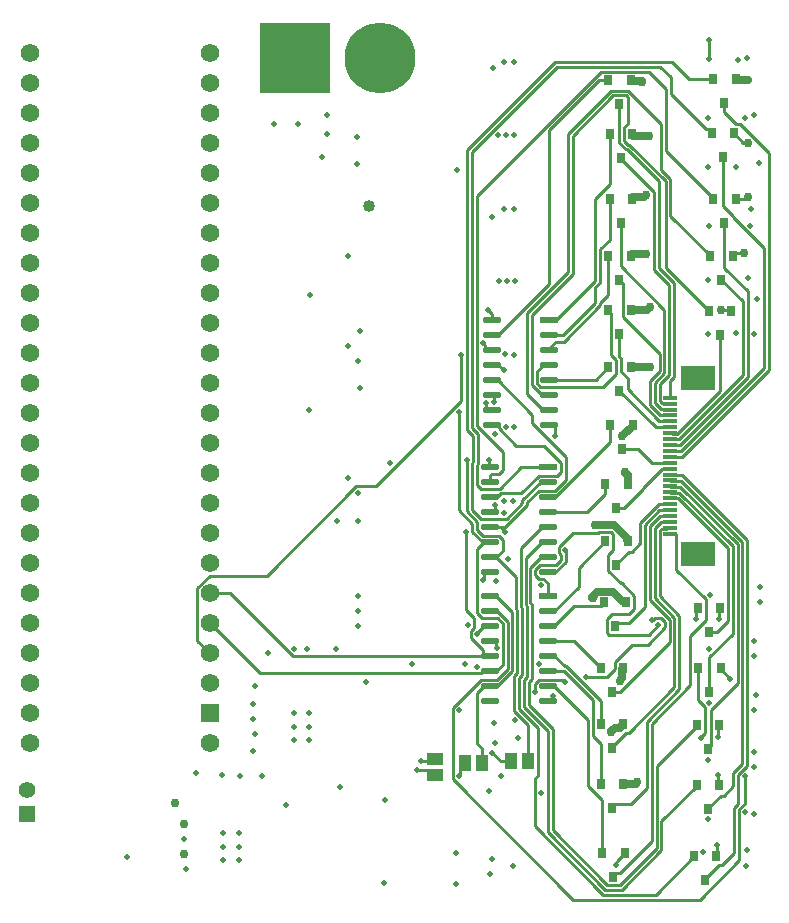
<source format=gbr>
G04*
G04 #@! TF.GenerationSoftware,Altium Limited,Altium Designer,23.5.1 (21)*
G04*
G04 Layer_Physical_Order=4*
G04 Layer_Color=16711680*
%FSLAX25Y25*%
%MOIN*%
G70*
G04*
G04 #@! TF.SameCoordinates,62E66B6F-0332-4FDC-AC1A-6E2C05ECB38F*
G04*
G04*
G04 #@! TF.FilePolarity,Positive*
G04*
G01*
G75*
%ADD13C,0.01000*%
%ADD18R,0.04921X0.01181*%
%ADD19R,0.11811X0.07874*%
%ADD52C,0.06181*%
%ADD53R,0.06181X0.06181*%
%ADD54C,0.05472*%
%ADD55R,0.05472X0.05472*%
%ADD58C,0.02500*%
%ADD60C,0.23622*%
%ADD61R,0.23622X0.23622*%
%ADD62C,0.03000*%
%ADD63C,0.02000*%
%ADD64C,0.04000*%
G04:AMPARAMS|DCode=65|XSize=63.17mil|YSize=20.79mil|CornerRadius=10.39mil|HoleSize=0mil|Usage=FLASHONLY|Rotation=180.000|XOffset=0mil|YOffset=0mil|HoleType=Round|Shape=RoundedRectangle|*
%AMROUNDEDRECTD65*
21,1,0.06317,0.00000,0,0,180.0*
21,1,0.04238,0.02079,0,0,180.0*
1,1,0.02079,-0.02119,0.00000*
1,1,0.02079,0.02119,0.00000*
1,1,0.02079,0.02119,0.00000*
1,1,0.02079,-0.02119,0.00000*
%
%ADD65ROUNDEDRECTD65*%
%ADD66R,0.06317X0.02079*%
%ADD67R,0.03150X0.03543*%
%ADD68R,0.05315X0.04331*%
%ADD69R,0.04331X0.05315*%
D13*
X527000Y654465D02*
Y669063D01*
X541500Y618967D02*
Y639965D01*
X527000Y654465D02*
X541500Y639965D01*
X539700Y653931D02*
Y682765D01*
X527000Y690366D02*
X538100Y679266D01*
Y653268D02*
Y679266D01*
X539700Y653931D02*
X544700Y648931D01*
X538100Y653268D02*
X543100Y648268D01*
X529030Y693435D02*
X539700Y682765D01*
X525075Y475335D02*
X530335D01*
X535658Y480658D02*
Y502690D01*
X530335Y475335D02*
X535658Y480658D01*
X526563Y512563D02*
X543200Y529200D01*
X524000Y512563D02*
X526563D01*
X543200Y529200D02*
Y536652D01*
X529705Y538500D02*
X531415Y540210D01*
X522325Y536790D02*
X524035Y538500D01*
X529705D01*
X531415Y540210D02*
Y544664D01*
X527329Y548750D02*
X531415Y544664D01*
X522325Y532336D02*
Y536790D01*
X522970Y531691D02*
X536191D01*
X522325Y532336D02*
X522970Y531691D01*
X525937Y535500D02*
X529710D01*
X535063Y540853D01*
X525000Y534563D02*
X525937Y535500D01*
X535063Y540853D02*
Y568397D01*
X536191Y531691D02*
X539500Y535000D01*
X530798Y528397D02*
X535867D01*
X525065Y522664D02*
X530798Y528397D01*
X535867D02*
X541600Y534130D01*
X511434Y541165D02*
X520185D01*
X521260Y542240D02*
Y542437D01*
X504768Y534500D02*
X511434Y541165D01*
X520185D02*
X521260Y542240D01*
X538263Y567071D02*
X540400Y569209D01*
X536663Y543189D02*
X543200Y536652D01*
X539863Y544514D02*
Y566409D01*
X535063Y568397D02*
X539812Y573146D01*
X536663Y567734D02*
X540106Y571177D01*
X538263Y543852D02*
X544800Y537315D01*
X536663Y543189D02*
Y567734D01*
X538263Y543852D02*
Y567071D01*
X539863Y544514D02*
X546400Y537977D01*
X520294Y719309D02*
X536191D01*
X542000Y692894D02*
Y713500D01*
X536191Y719309D02*
X542000Y713500D01*
X543600Y711900D02*
X555291Y700209D01*
X543600Y711900D02*
Y717400D01*
X540091Y720909D02*
X543600Y717400D01*
X542000Y692894D02*
X557760Y677134D01*
X557260Y698937D02*
Y699134D01*
X556185Y700209D02*
X557260Y699134D01*
X555291Y700209D02*
X556185D01*
X505655Y720909D02*
X540091D01*
X504993Y722509D02*
X543991D01*
X549563Y716937D01*
X557760D01*
X565303Y659000D02*
X568000D01*
X564240Y657937D02*
X565303Y659000D01*
X488041Y565924D02*
Y566459D01*
X485000Y567500D02*
X485762D01*
X488041Y565924D02*
X488233Y565733D01*
X487000Y567500D02*
X488041Y566459D01*
X485762Y567500D02*
X487000D01*
X488500D01*
X483351D02*
X485000D01*
X484500Y572998D02*
X485040D01*
Y574791D01*
X485109Y574861D01*
X483351Y572500D02*
X484002D01*
X484500Y572998D01*
X559600Y537000D02*
Y539903D01*
X559500Y481677D02*
X559740Y481437D01*
X559500Y481677D02*
Y485029D01*
X554935Y498917D02*
Y507595D01*
X553550Y497262D02*
Y497533D01*
X554935Y498917D01*
X477050Y532870D02*
X478155Y533975D01*
Y537289D01*
X477050Y530656D02*
Y532870D01*
X475392Y540051D02*
X478155Y537289D01*
X479150Y532000D02*
Y532209D01*
X481441Y534500D01*
X477050Y530656D02*
X481026Y526681D01*
X417530Y524500D02*
X483351D01*
X521144Y444991D02*
X538511D01*
X498400Y467735D02*
X521144Y444991D01*
X504200Y466461D02*
Y500300D01*
Y466461D02*
X522470Y448191D01*
X494700Y507537D02*
X502600Y499637D01*
Y465798D02*
X521807Y446591D01*
X498400Y483778D02*
X499277Y484655D01*
X496300Y508200D02*
X504200Y500300D01*
X493100Y506875D02*
X499277Y500697D01*
X502600Y465798D02*
Y499637D01*
X498400Y467735D02*
Y483778D01*
X486835Y489500D02*
X490500D01*
X484150Y492185D02*
X486835Y489500D01*
X484150Y492185D02*
Y492283D01*
X524500Y451260D02*
X525575Y452335D01*
X525691Y456191D02*
X528240Y458740D01*
Y458937D01*
X525575Y452335D02*
X526540D01*
X538511Y444991D02*
X551260Y457740D01*
X470900Y483630D02*
X511139Y443391D01*
X527193Y446591D02*
X540458Y459856D01*
X553230Y443391D02*
X566400Y456561D01*
X526530Y448191D02*
X538858Y460519D01*
X511139Y443391D02*
X553230D01*
X538858Y460519D02*
Y487838D01*
X521807Y446591D02*
X527193D01*
X540458Y459856D02*
Y469438D01*
X499277Y484655D02*
Y500697D01*
X522470Y448191D02*
X526530D01*
X559600Y539903D02*
X560240Y540543D01*
Y520240D02*
Y520437D01*
X551966Y536868D02*
Y539947D01*
X552520Y540500D01*
X563480Y517000D02*
X563500D01*
X560240Y520240D02*
X563480Y517000D01*
X556500Y723500D02*
Y729850D01*
X558740Y457937D02*
X559159Y458356D01*
Y461500D01*
X507590Y516639D02*
X508229Y516000D01*
X498391Y515386D02*
X499644Y516639D01*
X498391Y512609D02*
Y515386D01*
X504768Y524500D02*
X508168Y521100D01*
X517585Y497884D02*
X520260Y495209D01*
X499644Y516639D02*
X507590D01*
X508633Y521100D02*
X520260Y509473D01*
X498391Y512609D02*
X498400Y512600D01*
X508229Y516000D02*
X508500D01*
X517585Y497884D02*
Y509885D01*
X508168Y521100D02*
X508633D01*
X507970Y519500D02*
X517585Y509885D01*
X496791Y542230D02*
X497209Y541812D01*
Y516900D02*
Y541812D01*
X496300Y508200D02*
Y515991D01*
X497209Y516900D01*
X504200Y509998D02*
Y511173D01*
X491991Y540242D02*
X492409Y539823D01*
X493100Y517316D02*
X494009Y518226D01*
X492409Y518888D02*
Y539823D01*
X495191Y541567D02*
X495609Y541149D01*
Y517563D02*
Y541149D01*
X493591Y540905D02*
X494009Y540486D01*
X491500Y506212D02*
X496012Y501700D01*
X481067Y564639D02*
X486356D01*
X475600Y572844D02*
Y590000D01*
X494700Y516654D02*
X495609Y517563D01*
X494009Y518226D02*
Y540486D01*
X485470Y557500D02*
X491991Y550979D01*
X495191Y557161D02*
X500530Y562500D01*
X496791Y554049D02*
X500242Y557500D01*
X502649Y519500D02*
X507970D01*
X515985Y481310D02*
Y503283D01*
X520760Y458937D02*
Y476535D01*
X520260Y501937D02*
Y509473D01*
X515985Y481310D02*
X520760Y476535D01*
X520260Y481937D02*
Y495209D01*
X502649Y509500D02*
X503702D01*
X502649Y514500D02*
X504768D01*
X503702Y509500D02*
X504200Y509998D01*
X502649Y524500D02*
X504768D01*
X515300Y517565D02*
X522290D01*
X525065Y520340D02*
Y522664D01*
X522290Y517565D02*
X525065Y520340D01*
X541600Y534130D02*
Y535870D01*
X537459Y536611D02*
X537730D01*
X538219Y537100D01*
X540370D01*
X541600Y535870D01*
X480940Y519500D02*
X485470D01*
X480377Y518937D02*
X480940Y519500D01*
X561000Y674465D02*
Y691063D01*
X574600Y620577D02*
Y660430D01*
X564175Y670855D02*
X574600Y660430D01*
X564740Y698740D02*
Y698937D01*
Y698740D02*
X567789Y695691D01*
X561000Y674465D02*
X564175Y671290D01*
X566771Y701809D02*
X576200Y692379D01*
X565483Y701809D02*
X566771D01*
X576200Y619914D02*
Y692379D01*
X547329Y591043D02*
X576200Y619914D01*
X564175Y670855D02*
Y671290D01*
X547035Y593012D02*
X574600Y620577D01*
X561500Y653965D02*
Y669063D01*
Y653965D02*
X569200Y646265D01*
X546447Y596949D02*
X567600Y618102D01*
X560500Y649866D02*
X567600Y642766D01*
Y618102D02*
Y642766D01*
X546740Y594980D02*
X569200Y617440D01*
X526540Y452335D02*
X537258Y463053D01*
X550085Y514854D02*
Y531353D01*
X535658Y502690D02*
X546400Y513432D01*
Y537977D01*
X544800Y514095D02*
Y537315D01*
X537258Y502027D02*
X550085Y514854D01*
X519679Y565809D02*
X523790D01*
X528805Y499065D02*
X529771D01*
X540400Y569209D02*
X543333D01*
X524000Y494260D02*
X528805Y499065D01*
X529771D02*
X544800Y514095D01*
X543333Y569209D02*
X543424Y569300D01*
X545384Y553246D02*
Y565272D01*
X543424Y565363D02*
X545294D01*
X555195Y536463D02*
Y543436D01*
X550085Y531353D02*
X555195Y536463D01*
X556500Y512563D02*
Y524130D01*
X500005Y555000D02*
X505294D01*
X519370Y565500D02*
X519679Y565809D01*
X523790D02*
X524435Y565164D01*
X526911Y548750D02*
X527329D01*
X498391Y553386D02*
X500005Y555000D01*
X522825Y552836D02*
Y558195D01*
X505294Y555000D02*
X506908Y556614D01*
X522825Y552836D02*
X526911Y548750D01*
X522825Y558195D02*
X524435Y559805D01*
Y565164D01*
X506282Y559012D02*
X506908Y558386D01*
X506282Y559012D02*
Y560752D01*
X502649Y552500D02*
X505056D01*
X506908Y556614D02*
Y558386D01*
X512903Y553883D02*
X521760Y562740D01*
X484820Y529500D02*
X485318Y529002D01*
X508382Y559882D02*
X508507Y559756D01*
X505056Y552500D02*
X508507Y555951D01*
Y559756D01*
X511030Y565500D02*
X519370D01*
X512903Y547635D02*
Y553883D01*
X506282Y560752D02*
X511030Y565500D01*
X495191Y541567D02*
Y557161D01*
X491991Y540242D02*
Y550979D01*
X493591Y540905D02*
Y560561D01*
X500530Y567500D01*
X501080Y550361D02*
X502649Y548792D01*
X500242Y557500D02*
X502649D01*
Y544500D02*
Y548792D01*
X499644Y550361D02*
X501080D01*
X498391Y551614D02*
Y553386D01*
X496791Y542230D02*
Y554049D01*
X498391Y551614D02*
X499644Y550361D01*
X556260Y532626D02*
X559126D01*
X546152Y577083D02*
X562675Y560560D01*
X559126Y532626D02*
X562675Y536175D01*
X546447Y579051D02*
X564275Y561223D01*
X561189Y477983D02*
X564337Y481132D01*
X569075Y488045D02*
Y563211D01*
X556500Y524130D02*
X564275Y531905D01*
X560223Y477983D02*
X561189D01*
X546740Y581020D02*
X565875Y561885D01*
X562675Y536175D02*
Y560560D01*
X564275Y531905D02*
Y561223D01*
X555000Y450260D02*
X559805Y455065D01*
X565875Y515405D02*
Y561885D01*
X560771Y455065D02*
X564703Y458998D01*
X557065Y506596D02*
X565875Y515405D01*
X511386Y529507D02*
X520260Y520634D01*
X502649Y529500D02*
X502657Y529507D01*
X511386D01*
X504768Y539500D02*
X512903Y547635D01*
X502649Y572500D02*
X515594D01*
X521760Y578665D01*
Y581937D01*
X523825Y624774D02*
Y638872D01*
X498891Y615614D02*
Y619361D01*
X501030Y621500D01*
X522760Y639937D02*
X523825Y638872D01*
X500144Y614361D02*
X521086D01*
X501030Y621500D02*
X503149D01*
X510880Y697845D02*
X524470Y711435D01*
X525435Y618710D02*
Y623164D01*
X526500Y624362D02*
Y632063D01*
X529175Y613491D02*
X539812Y602854D01*
X528065Y696210D02*
X529240Y695035D01*
X523825Y624774D02*
X525435Y623164D01*
X527035Y619240D02*
Y623827D01*
X500742Y611500D02*
X503149D01*
X498891Y615614D02*
X500144Y614361D01*
X527035Y619240D02*
X529175Y617100D01*
X526500Y624362D02*
X527035Y623827D01*
X529175Y613491D02*
Y617100D01*
X521086Y614361D02*
X525435Y618710D01*
X497291Y614951D02*
X500742Y611500D01*
X502649Y577500D02*
X505056D01*
X485970Y616500D02*
X497415Y605055D01*
X504386Y601500D02*
X504884Y601002D01*
Y598116D02*
X505000Y598000D01*
X503149Y601500D02*
X504386D01*
X504884Y598116D02*
Y601002D01*
X523500Y595944D02*
Y601500D01*
X505056Y577500D02*
X523500Y595944D01*
X504933Y579639D02*
X508507Y583214D01*
X489209Y520214D02*
Y536049D01*
X490809Y519551D02*
Y539161D01*
X485318Y527330D02*
X485509Y527139D01*
X485318Y527330D02*
Y529002D01*
X481441Y534500D02*
X483351D01*
X481026Y524998D02*
Y526681D01*
X497415Y602090D02*
X508507Y590997D01*
X499644Y579639D02*
X504933D01*
X481690Y552500D02*
X483351D01*
X481191Y552002D02*
X481690Y552500D01*
X481191Y550191D02*
Y552002D01*
X481000Y550000D02*
X481191Y550191D01*
X478900Y538806D02*
Y560168D01*
X481232Y562500D01*
X506908Y586005D02*
Y588995D01*
X505542Y584639D02*
X506908Y586005D01*
X486176Y600401D02*
X491879Y594698D01*
X486176Y600401D02*
Y601002D01*
X483851Y601500D02*
X485678D01*
X501204Y594698D02*
X506908Y588995D01*
X485678Y601500D02*
X486176Y601002D01*
X491879Y594698D02*
X501204D01*
X487022Y578761D02*
X493765D01*
X485762Y577500D02*
X487022Y578761D01*
X499644Y584639D02*
X505542D01*
X483351Y577500D02*
X485762D01*
X480346Y580361D02*
X486599D01*
X477290Y692544D02*
X505655Y720909D01*
X493765Y578761D02*
X499644Y584639D01*
X479093Y581614D02*
Y588386D01*
X483851Y611500D02*
X484077D01*
X484575Y611002D01*
Y609220D02*
Y611002D01*
X485899Y537096D02*
X487609Y535386D01*
X390000Y535500D02*
X406563Y518937D01*
X445170Y581100D02*
X473600Y609530D01*
Y625000D01*
X438630Y581100D02*
X445170D01*
X481232Y562500D02*
X483351D01*
X480610Y537096D02*
X485899D01*
X473020Y573161D02*
Y605980D01*
X491500Y506212D02*
Y517979D01*
X478900Y538806D02*
X480610Y537096D01*
X477493Y565951D02*
Y568688D01*
X479093Y566614D02*
X481067Y564639D01*
X479093Y566614D02*
Y569351D01*
X497415Y602090D02*
Y605055D01*
X475600Y572844D02*
X479093Y569351D01*
X491500Y517979D02*
X492409Y518888D01*
X485758Y539500D02*
X489209Y536049D01*
X485470Y544500D02*
X490809Y539161D01*
X508507Y583214D02*
Y590997D01*
X487609Y521639D02*
Y535386D01*
X485470Y557500D02*
X487609Y559639D01*
X483351Y539500D02*
X485758D01*
X486356Y564639D02*
X487609Y563386D01*
Y559639D02*
Y563386D01*
X485758Y514500D02*
X490809Y519551D01*
X485635Y516639D02*
X489209Y520214D01*
X485470Y519500D02*
X487609Y521639D01*
X481026Y524998D02*
X481524Y524500D01*
X483351Y529500D02*
X484820D01*
X475392Y540051D02*
Y566030D01*
X488500Y567500D02*
X495756Y574756D01*
X494156Y576414D02*
X500242Y582500D01*
X475690Y693206D02*
X504993Y722509D01*
X500242Y582500D02*
X502649D01*
X495756Y574756D02*
Y575751D01*
X494156Y575419D02*
Y576414D01*
X396530Y545500D02*
X417530Y524500D01*
X480440Y570266D02*
X489004D01*
X483851Y616500D02*
X485970D01*
X489004Y570266D02*
X494156Y575419D01*
X477493Y573214D02*
X480440Y570266D01*
X475690Y626772D02*
X475700Y626762D01*
X477700Y589256D02*
Y597981D01*
X483000Y587851D02*
X483351Y587500D01*
X483000Y587851D02*
Y590000D01*
X486599Y580361D02*
X493738Y587500D01*
X477493Y589049D02*
X477700Y589256D01*
X477290Y627434D02*
X477300Y627425D01*
X479093Y581614D02*
X480346Y580361D01*
X475690Y626772D02*
Y693206D01*
X493738Y587500D02*
X502649D01*
X480512Y489000D02*
Y493918D01*
X479093Y495338D02*
X480512Y493918D01*
X479093Y495338D02*
Y512361D01*
X559805Y455065D02*
X560771D01*
X568500Y475470D02*
Y484500D01*
X566400Y473370D02*
X568500Y475470D01*
X567475Y488707D02*
Y562548D01*
X564337Y481132D02*
Y485570D01*
X564703Y473936D02*
X565937Y475170D01*
X480169Y516639D02*
X485635D01*
X547329Y584957D02*
X569075Y563211D01*
X556000Y473760D02*
X560223Y477983D01*
X565937Y484907D02*
X569075Y488045D01*
X470900Y507370D02*
X480169Y516639D01*
X470900Y483630D02*
Y507370D01*
X564703Y458998D02*
Y473936D01*
X566400Y456561D02*
Y473370D01*
X552760Y509770D02*
Y520437D01*
X565937Y475170D02*
Y484907D01*
X482024Y626500D02*
X483851D01*
X481526Y626998D02*
X482024Y626500D01*
X481526Y626998D02*
Y628161D01*
X480990Y628696D02*
X481526Y628161D01*
X480990Y628696D02*
Y628967D01*
X478900Y601306D02*
Y628087D01*
X477493Y573214D02*
Y589049D01*
X477290Y627434D02*
Y692544D01*
X475700Y599981D02*
Y626762D01*
X479300Y588594D02*
Y598644D01*
X385809Y547236D02*
X389883Y551309D01*
X408840D02*
X438630Y581100D01*
X385809Y529691D02*
X390000Y525500D01*
X389883Y551309D02*
X408840D01*
X385809Y529691D02*
Y547236D01*
X482600Y639900D02*
X483851Y638649D01*
X478890Y628097D02*
X478900Y628087D01*
X482600Y639900D02*
Y640000D01*
X482116Y606998D02*
Y608745D01*
X482614Y606500D02*
X483851D01*
X482116Y606998D02*
X482614Y606500D01*
X482000Y608861D02*
X482116Y608745D01*
X540359Y686631D02*
Y701869D01*
X473000Y484500D02*
Y484771D01*
X473335Y485105D01*
Y487335D01*
X523260Y663339D02*
Y676937D01*
X520085Y649054D02*
Y660164D01*
X523260Y663339D01*
X503149Y631500D02*
X507807D01*
X507931Y629361D02*
X520085Y641515D01*
X503500Y627500D02*
X505361Y629361D01*
X507807Y631500D02*
X518485Y642177D01*
X520085Y641515D02*
Y642164D01*
X522760Y644839D02*
Y657937D01*
X520085Y642164D02*
X522760Y644839D01*
X529693Y695035D02*
X541900Y682828D01*
X510880Y651855D02*
Y697845D01*
X526465Y695547D02*
Y701402D01*
X497291Y614951D02*
Y638265D01*
X540359Y686631D02*
X543500Y683491D01*
Y671394D02*
Y683491D01*
X503011Y699763D02*
X519685Y716437D01*
X483851Y631500D02*
X486000D01*
X503011Y648511D01*
X475700Y599981D02*
X477700Y597981D01*
X487609Y586614D02*
Y592597D01*
X569200Y617440D02*
Y646265D01*
X390000Y545500D02*
X396530D01*
X495756Y575751D02*
X499644Y579639D01*
X493100Y506875D02*
Y517316D01*
X551260Y457740D02*
Y457937D01*
X538263Y615730D02*
X541500Y618967D01*
X543424Y616365D02*
X544700Y617642D01*
X526500Y650063D02*
X527565Y648998D01*
X543424Y610638D02*
Y616365D01*
X538263Y608929D02*
Y615730D01*
X539863Y615067D02*
X543100Y618305D01*
X527565Y637710D02*
X539900Y625375D01*
X528578Y693435D02*
X529030D01*
X536663Y608266D02*
Y616393D01*
X539900Y619630D01*
X539863Y609591D02*
Y615067D01*
X536663Y608266D02*
X540106Y604823D01*
X538263Y608929D02*
X540400Y606791D01*
X539863Y609591D02*
X540507Y608947D01*
X544500D01*
X529240Y695035D02*
X529693D01*
X543100Y618305D02*
Y648268D01*
X526465Y695547D02*
X528578Y693435D01*
X541900Y653994D02*
Y682828D01*
X544700Y617642D02*
Y648931D01*
X565240Y676937D02*
X569166D01*
X473020Y573161D02*
X477493Y568688D01*
Y565951D02*
X480944Y562500D01*
X406563Y518937D02*
X480377D01*
X480944Y562500D02*
X481232D01*
X483851Y636500D02*
Y638649D01*
X557065Y494628D02*
Y506596D01*
X464244Y489500D02*
X465000Y490256D01*
X460500Y489500D02*
X464244D01*
X473335Y487335D02*
X475000Y489000D01*
X483851Y621500D02*
X486235D01*
X487735Y620000D01*
X488000D01*
X463335Y486410D02*
X465000Y484744D01*
X461590Y486410D02*
X463335D01*
X461500Y486500D02*
X461590Y486410D01*
X459000Y486500D02*
X461500D01*
X527740Y481937D02*
X527803Y482000D01*
X559500Y501197D02*
X559740Y501437D01*
X559500Y497500D02*
Y501197D01*
X563177Y640000D02*
X563740Y639437D01*
X560500Y640000D02*
X563177D01*
X496012Y489500D02*
Y501700D01*
X561500Y705791D02*
X565483Y701809D01*
X561500Y705791D02*
Y709063D01*
X556000Y473563D02*
Y473760D01*
X564337Y485570D02*
X567475Y488707D01*
X547035Y582988D02*
X567475Y562548D01*
X481232Y514500D02*
X485758D01*
X552760Y509770D02*
X554935Y507595D01*
X538858Y487838D02*
X552260Y501240D01*
X537258Y463053D02*
Y502027D01*
X483937Y585361D02*
X486356D01*
X487609Y586614D01*
X483351Y584775D02*
X483937Y585361D01*
X483351Y582500D02*
Y584775D01*
Y544500D02*
X485470D01*
X479093Y512361D02*
X481232Y514500D01*
X521760Y562740D02*
Y562937D01*
X502649Y539500D02*
X504768D01*
X503149Y616500D02*
X518520D01*
X522760Y620740D01*
Y620937D01*
X503011Y648511D02*
Y699763D01*
X495691Y611839D02*
X501030Y606500D01*
X519685Y716437D02*
X522760D01*
X529175Y701849D02*
Y710790D01*
X528065Y700739D02*
X529175Y701849D01*
X528065Y696210D02*
Y700739D01*
X497291Y638265D02*
X510880Y651855D01*
X509280Y652518D02*
Y698508D01*
X556260Y639437D02*
Y639634D01*
X526465Y701402D02*
X526500Y701437D01*
X541900Y653994D02*
X556260Y639634D01*
X524470Y711435D02*
X528530D01*
X477300Y600644D02*
Y627425D01*
X528530Y711435D02*
X529175Y710790D01*
X526500Y701437D02*
Y708563D01*
X495691Y611839D02*
Y638928D01*
X509280Y698508D02*
X523807Y713035D01*
X543500Y671394D02*
X556760Y658134D01*
X501030Y606500D02*
X503149D01*
X495691Y638928D02*
X509280Y652518D01*
X523807Y713035D02*
X529193D01*
X540359Y701869D01*
X478890Y628097D02*
Y677905D01*
X556760Y657937D02*
Y658134D01*
X518485Y677064D02*
X523260Y681839D01*
X505268Y636500D02*
X518485Y649717D01*
X557760Y676937D02*
Y677134D01*
X478890Y677905D02*
X520294Y719309D01*
X478900Y601306D02*
X487609Y592597D01*
X477300Y600644D02*
X479300Y598644D01*
X479093Y588386D02*
X479300Y588594D01*
X505361Y629361D02*
X507931D01*
X518485Y642177D02*
Y647454D01*
X520085Y649054D01*
X523260Y681839D02*
Y698437D01*
X503149Y636500D02*
X505268D01*
X518485Y649717D02*
Y677064D01*
X556000Y493563D02*
X557065Y494628D01*
X552260Y501240D02*
Y501437D01*
X524500Y451063D02*
Y451260D01*
X494700Y507537D02*
Y516654D01*
X545294Y565363D02*
X545384Y565272D01*
Y553246D02*
X555195Y543436D01*
X540458Y469438D02*
X552260Y481240D01*
X502649Y534500D02*
X504768D01*
X552260Y481240D02*
Y481437D01*
X500530Y562500D02*
X502649D01*
X500530Y567500D02*
X502649D01*
X504768Y514500D02*
X515985Y503283D01*
X520260Y520437D02*
Y520634D01*
X543424Y585047D02*
X543514Y584957D01*
X547329D01*
X555000Y450063D02*
Y450260D01*
X543514Y582988D02*
X547035D01*
X543424Y583078D02*
X543514Y582988D01*
X543424Y581110D02*
X543514Y581020D01*
X546740D01*
X543514Y579051D02*
X546447D01*
X543424Y579142D02*
X543514Y579051D01*
Y577083D02*
X546152D01*
X543424Y577174D02*
X543514Y577083D01*
X543333Y575114D02*
X543424Y575205D01*
X543333Y571177D02*
X543424Y571268D01*
X540507Y567053D02*
X542500D01*
X539863Y566409D02*
X540507Y567053D01*
X540106Y571177D02*
X543333D01*
X525500Y555260D02*
X529536Y559296D01*
X533463Y569060D02*
X539517Y575114D01*
X533463Y562258D02*
Y569060D01*
X539517Y575114D02*
X543333D01*
Y573146D02*
X543424Y573237D01*
X539812Y573146D02*
X543333D01*
X530501Y559296D02*
X533463Y562258D01*
X524000Y474260D02*
X525075Y475335D01*
X524000Y474063D02*
Y474260D01*
Y494063D02*
Y494260D01*
X529536Y559296D02*
X530501D01*
X525500Y555063D02*
Y555260D01*
Y574063D02*
X528063D01*
X534379Y580379D01*
Y580609D01*
X540694Y586925D01*
X543333D01*
X543424Y587015D01*
X532600Y593563D02*
X537178Y588984D01*
X543424D01*
X527500Y593563D02*
X532600D01*
X539900Y619630D02*
Y625375D01*
X527565Y637710D02*
Y648998D01*
X526500Y612866D02*
Y613063D01*
Y612866D02*
X538571Y600796D01*
X543424D01*
X539812Y602854D02*
X543333D01*
X543424Y602764D01*
X540106Y604823D02*
X543333D01*
X543424Y604733D01*
X540400Y606791D02*
X543333D01*
X543424Y606701D01*
X527000Y690366D02*
Y690563D01*
X543514Y591043D02*
X547329D01*
X543424Y590952D02*
X543514Y591043D01*
Y593012D02*
X547035D01*
X543424Y592921D02*
X543514Y593012D01*
X543424Y594889D02*
X543514Y594980D01*
X546740D01*
X543514Y596949D02*
X546447D01*
X543424Y596859D02*
X543514Y596949D01*
X560500Y649866D02*
Y650063D01*
X560000Y612765D02*
Y631563D01*
X545784Y598549D02*
X560000Y612765D01*
X544000Y598549D02*
X545784D01*
D18*
X543424Y610638D02*
D03*
Y608670D02*
D03*
Y606701D02*
D03*
Y604733D02*
D03*
Y602764D02*
D03*
Y600796D02*
D03*
Y598827D02*
D03*
Y596859D02*
D03*
Y594889D02*
D03*
Y592921D02*
D03*
Y590952D02*
D03*
Y588984D02*
D03*
Y587015D02*
D03*
Y585047D02*
D03*
Y583078D02*
D03*
Y581110D02*
D03*
Y579142D02*
D03*
Y577174D02*
D03*
Y575205D02*
D03*
Y573237D02*
D03*
Y571268D02*
D03*
Y569300D02*
D03*
Y567331D02*
D03*
Y565363D02*
D03*
D19*
X552576Y558708D02*
D03*
Y617291D02*
D03*
D52*
X390000Y725500D02*
D03*
Y715500D02*
D03*
Y705500D02*
D03*
Y695500D02*
D03*
Y685500D02*
D03*
Y675500D02*
D03*
Y665500D02*
D03*
Y655500D02*
D03*
Y645500D02*
D03*
Y495500D02*
D03*
X330000Y525500D02*
D03*
Y535500D02*
D03*
Y545500D02*
D03*
Y555500D02*
D03*
Y565500D02*
D03*
Y575500D02*
D03*
Y585500D02*
D03*
Y595500D02*
D03*
Y605500D02*
D03*
Y615500D02*
D03*
Y625500D02*
D03*
Y635500D02*
D03*
Y515500D02*
D03*
Y505500D02*
D03*
Y495500D02*
D03*
Y645500D02*
D03*
Y655500D02*
D03*
Y665500D02*
D03*
Y675500D02*
D03*
Y685500D02*
D03*
Y695500D02*
D03*
Y705500D02*
D03*
Y715500D02*
D03*
Y725500D02*
D03*
X390000Y635500D02*
D03*
Y625500D02*
D03*
Y615500D02*
D03*
Y605500D02*
D03*
Y595500D02*
D03*
Y585500D02*
D03*
Y575500D02*
D03*
Y565500D02*
D03*
Y555500D02*
D03*
Y545500D02*
D03*
Y535500D02*
D03*
Y525500D02*
D03*
Y515500D02*
D03*
D53*
Y505500D02*
D03*
D54*
X329000Y479937D02*
D03*
D55*
Y472063D02*
D03*
D58*
X536565Y640900D02*
X536700D01*
X530240Y639937D02*
X535602D01*
X536565Y640900D01*
X527500Y598000D02*
X527596Y598096D01*
X527773D01*
X530980Y601303D01*
X530565Y658459D02*
X534988D01*
X530240Y658134D02*
X530565Y658459D01*
X530240Y657937D02*
Y658134D01*
X535223Y658694D02*
X535358D01*
X534988Y658459D02*
X535223Y658694D01*
X523785Y499386D02*
Y499514D01*
X524936Y500665D01*
X527803Y482000D02*
X531865D01*
X532365Y482500D01*
X532500D01*
X526529Y516341D02*
X527415Y517228D01*
Y520112D02*
X527740Y520437D01*
X526529Y516206D02*
Y516341D01*
X527415Y517228D02*
Y520112D01*
X517500Y544105D02*
X517835Y544440D01*
X528740Y542437D02*
Y542634D01*
X524392Y546059D02*
X527492Y542959D01*
X517500Y543824D02*
Y544105D01*
X527492Y542959D02*
X528415D01*
X517835Y544975D02*
X518919Y546059D01*
X528415Y542959D02*
X528740Y542634D01*
X517835Y544440D02*
Y544975D01*
X518919Y546059D02*
X524392D01*
X528915Y563262D02*
Y564007D01*
Y563262D02*
X529240Y562937D01*
X518459Y568159D02*
X524764D01*
X528915Y564007D01*
X518400Y568100D02*
X518459Y568159D01*
X536637Y620937D02*
X536700Y621000D01*
X530240Y620937D02*
X536637D01*
X536093Y698036D02*
X536188Y697941D01*
X530740Y698361D02*
X531065Y698036D01*
X536093D01*
X530740Y698361D02*
Y698437D01*
Y677134D02*
X531065Y677459D01*
X534634D01*
X530740Y676937D02*
Y677134D01*
X535365Y678189D02*
X535500D01*
X534634Y677459D02*
X535365Y678189D01*
X530240Y716421D02*
X530565Y716096D01*
X530240Y716421D02*
Y716437D01*
X530565Y716096D02*
X533904D01*
X534000Y716000D01*
X565240Y716825D02*
Y716937D01*
Y716825D02*
X565565Y716500D01*
X569500D01*
X524936Y500665D02*
X526665D01*
X530980Y601303D02*
Y601500D01*
X527740Y501740D02*
Y501937D01*
X526665Y500665D02*
X527740Y501740D01*
X529240Y581937D02*
Y584989D01*
X528500Y585729D02*
X529240Y584989D01*
X528500Y585729D02*
Y586000D01*
D60*
X446673Y724000D02*
D03*
D61*
X418327D02*
D03*
D62*
X536700Y640900D02*
D03*
X527500Y598000D02*
D03*
X535358Y658694D02*
D03*
X523785Y499386D02*
D03*
X532500Y482500D02*
D03*
X526529Y516206D02*
D03*
X517585Y544055D02*
D03*
X518400Y568100D02*
D03*
X536700Y621000D02*
D03*
X536188Y697941D02*
D03*
X535500Y678189D02*
D03*
X534000Y716000D02*
D03*
X568000Y659000D02*
D03*
X378500Y475500D02*
D03*
X569400Y677500D02*
D03*
Y695500D02*
D03*
X381500Y468500D02*
D03*
Y458500D02*
D03*
X528500Y586000D02*
D03*
X560500Y640000D02*
D03*
D63*
X556000Y704000D02*
D03*
X569500Y716500D02*
D03*
X448500Y476500D02*
D03*
X423000Y606500D02*
D03*
X569000Y460000D02*
D03*
X484000Y457000D02*
D03*
X484537Y502308D02*
D03*
X492809Y497309D02*
D03*
X485000Y495500D02*
D03*
X488233Y565733D02*
D03*
X485109Y574861D02*
D03*
X559600Y537000D02*
D03*
X559500Y485029D02*
D03*
X553550Y497262D02*
D03*
X556000Y490000D02*
D03*
X556059Y470191D02*
D03*
X422500Y527000D02*
D03*
X435850Y658000D02*
D03*
X570500Y673500D02*
D03*
X570000Y668000D02*
D03*
X568500Y704000D02*
D03*
X485509Y527139D02*
D03*
X476055Y534845D02*
D03*
X479150Y532000D02*
D03*
X487000Y484500D02*
D03*
X500500Y479000D02*
D03*
X484150Y492283D02*
D03*
X483000Y479500D02*
D03*
X554500Y459384D02*
D03*
X568812Y454647D02*
D03*
X525500Y455000D02*
D03*
X483425Y451999D02*
D03*
X436000Y584000D02*
D03*
X432500Y569500D02*
D03*
X436000Y628000D02*
D03*
X439350Y623000D02*
D03*
X563500Y517000D02*
D03*
X551966Y536868D02*
D03*
X556400Y527000D02*
D03*
X556500Y729850D02*
D03*
X491607Y503135D02*
D03*
X559159Y461500D02*
D03*
X571500Y704954D02*
D03*
X573100Y688894D02*
D03*
X569110Y724000D02*
D03*
X399559Y465724D02*
D03*
X394441Y456669D02*
D03*
X399559Y456669D02*
D03*
Y461000D02*
D03*
X394441Y465724D02*
D03*
Y461000D02*
D03*
X423059Y505724D02*
D03*
X417941Y496669D02*
D03*
X423059Y496669D02*
D03*
Y501000D02*
D03*
X417941Y505724D02*
D03*
Y501000D02*
D03*
X508500Y516000D02*
D03*
X515300Y517565D02*
D03*
X498400Y512600D02*
D03*
X504200Y511173D02*
D03*
X539500Y535000D02*
D03*
X537459Y536611D02*
D03*
X499684Y522000D02*
D03*
X479086Y521037D02*
D03*
X556500Y723500D02*
D03*
X569400Y650500D02*
D03*
X572500Y643500D02*
D03*
X565500Y632088D02*
D03*
X571300Y632000D02*
D03*
X556600Y545000D02*
D03*
X508382Y559882D02*
D03*
X500211Y548261D02*
D03*
X573500Y547500D02*
D03*
Y542500D02*
D03*
X505000Y598000D02*
D03*
X473000Y506500D02*
D03*
X485200Y549500D02*
D03*
X481000Y550000D02*
D03*
X484575Y609220D02*
D03*
X473020Y605980D02*
D03*
X475600Y590000D02*
D03*
X475392Y566030D02*
D03*
X488134Y572366D02*
D03*
X483000Y590000D02*
D03*
X571500Y492500D02*
D03*
X568500Y484500D02*
D03*
Y472500D02*
D03*
X571400Y471837D02*
D03*
X473600Y625000D02*
D03*
X480990Y628967D02*
D03*
X439500Y579000D02*
D03*
X472400Y686500D02*
D03*
X482600Y640000D02*
D03*
X482000Y608861D02*
D03*
X485004Y598504D02*
D03*
X491500Y600829D02*
D03*
Y625000D02*
D03*
X484000Y671000D02*
D03*
X473000Y484500D02*
D03*
X472000Y459000D02*
D03*
Y448500D02*
D03*
X488600Y698283D02*
D03*
X486000D02*
D03*
X491500Y722500D02*
D03*
X488000D02*
D03*
X484500Y720500D02*
D03*
X491233Y698283D02*
D03*
X423500Y645000D02*
D03*
X566000Y723330D02*
D03*
X418000Y527000D02*
D03*
X432000D02*
D03*
X450100Y589000D02*
D03*
X457500Y522000D02*
D03*
X556500Y509000D02*
D03*
X394000Y485000D02*
D03*
X433500Y481000D02*
D03*
X475000Y522000D02*
D03*
X491000Y454500D02*
D03*
X400000Y484500D02*
D03*
X382000Y453500D02*
D03*
X362500Y457500D02*
D03*
X381500Y463500D02*
D03*
X385500Y485500D02*
D03*
X404500Y503500D02*
D03*
X407500Y484500D02*
D03*
X404500Y493000D02*
D03*
X415500Y475000D02*
D03*
X448000Y449000D02*
D03*
X459000Y486500D02*
D03*
X409500Y525500D02*
D03*
X442000Y516000D02*
D03*
X439500Y569500D02*
D03*
X440000Y614000D02*
D03*
X411500Y702000D02*
D03*
X488000Y620000D02*
D03*
X489000Y649500D02*
D03*
X565500Y687500D02*
D03*
X571500Y529500D02*
D03*
X572000Y511500D02*
D03*
X559500Y497500D02*
D03*
X405000Y498500D02*
D03*
X404500Y508500D02*
D03*
X405000Y514500D02*
D03*
X439500Y534500D02*
D03*
Y539500D02*
D03*
Y544500D02*
D03*
X440000Y633000D02*
D03*
X427500Y691000D02*
D03*
X429000Y705000D02*
D03*
Y698500D02*
D03*
X439000Y688500D02*
D03*
Y697500D02*
D03*
X419500Y702000D02*
D03*
X488000Y673626D02*
D03*
X491500D02*
D03*
X486400Y649500D02*
D03*
X491600D02*
D03*
X488338Y625334D02*
D03*
X488559Y600988D02*
D03*
X487838Y576334D02*
D03*
X491156Y576171D02*
D03*
X489500Y557000D02*
D03*
X571500Y487500D02*
D03*
Y506500D02*
D03*
X571415Y524500D02*
D03*
X556000Y632000D02*
D03*
Y650000D02*
D03*
X556500Y668000D02*
D03*
X556000Y687500D02*
D03*
X460500Y489500D02*
D03*
D64*
X443000Y674500D02*
D03*
D65*
X483351Y544500D02*
D03*
Y539500D02*
D03*
Y534500D02*
D03*
Y529500D02*
D03*
Y524500D02*
D03*
Y519500D02*
D03*
Y514500D02*
D03*
Y509500D02*
D03*
X502649D02*
D03*
Y514500D02*
D03*
Y519500D02*
D03*
Y524500D02*
D03*
Y529500D02*
D03*
Y534500D02*
D03*
Y539500D02*
D03*
X483351Y587500D02*
D03*
Y582500D02*
D03*
Y577500D02*
D03*
Y572500D02*
D03*
Y567500D02*
D03*
Y562500D02*
D03*
Y557500D02*
D03*
Y552500D02*
D03*
X502649D02*
D03*
Y557500D02*
D03*
Y562500D02*
D03*
Y567500D02*
D03*
Y572500D02*
D03*
Y577500D02*
D03*
Y582500D02*
D03*
X483851Y636500D02*
D03*
Y631500D02*
D03*
Y626500D02*
D03*
Y621500D02*
D03*
Y616500D02*
D03*
Y611500D02*
D03*
Y606500D02*
D03*
Y601500D02*
D03*
X503149D02*
D03*
Y606500D02*
D03*
Y611500D02*
D03*
Y616500D02*
D03*
Y621500D02*
D03*
Y626500D02*
D03*
Y631500D02*
D03*
D66*
X502649Y544500D02*
D03*
Y587500D02*
D03*
X503149Y636500D02*
D03*
D67*
X555000Y450063D02*
D03*
X558740Y457937D02*
D03*
X551260D02*
D03*
X561000Y691063D02*
D03*
X564740Y698937D02*
D03*
X557260D02*
D03*
X526500Y613063D02*
D03*
X530240Y620937D02*
D03*
X522760D02*
D03*
X527000Y690563D02*
D03*
X530740Y698437D02*
D03*
X523260D02*
D03*
X556260Y532626D02*
D03*
X560000Y540500D02*
D03*
X552520D02*
D03*
X524000Y494063D02*
D03*
X527740Y501937D02*
D03*
X520260D02*
D03*
X525000Y534563D02*
D03*
X528740Y542437D02*
D03*
X521260D02*
D03*
X524500Y451063D02*
D03*
X528240Y458937D02*
D03*
X520760D02*
D03*
X556000Y493563D02*
D03*
X559740Y501437D02*
D03*
X552260D02*
D03*
X527240Y593626D02*
D03*
X530980Y601500D02*
D03*
X523500D02*
D03*
X560500Y650063D02*
D03*
X564240Y657937D02*
D03*
X556760D02*
D03*
X526500Y650063D02*
D03*
X530240Y657937D02*
D03*
X522760D02*
D03*
X556000Y473563D02*
D03*
X559740Y481437D02*
D03*
X552260D02*
D03*
X561500Y709063D02*
D03*
X565240Y716937D02*
D03*
X557760D02*
D03*
X527000Y669063D02*
D03*
X530740Y676937D02*
D03*
X523260D02*
D03*
X525500Y555063D02*
D03*
X529240Y562937D02*
D03*
X521760D02*
D03*
X560000Y631563D02*
D03*
X563740Y639437D02*
D03*
X556260D02*
D03*
X556500Y512563D02*
D03*
X560240Y520437D02*
D03*
X552760D02*
D03*
X524000Y512563D02*
D03*
X527740Y520437D02*
D03*
X520260D02*
D03*
X525500Y574063D02*
D03*
X529240Y581937D02*
D03*
X521760D02*
D03*
X561500Y669063D02*
D03*
X565240Y676937D02*
D03*
X557760D02*
D03*
X526500Y632063D02*
D03*
X530240Y639937D02*
D03*
X522760D02*
D03*
X524000Y474063D02*
D03*
X527740Y481937D02*
D03*
X520260D02*
D03*
X526500Y708563D02*
D03*
X530240Y716437D02*
D03*
X522760D02*
D03*
D68*
X465000Y490256D02*
D03*
Y484744D02*
D03*
D69*
X475000Y489000D02*
D03*
X480512D02*
D03*
X490500Y489500D02*
D03*
X496012D02*
D03*
M02*

</source>
